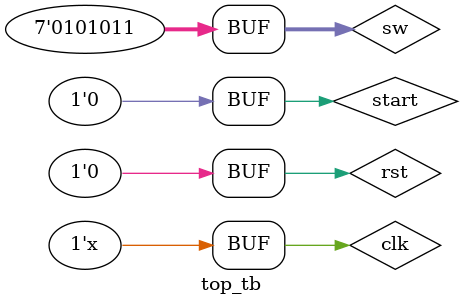
<source format=v>
`timescale 1ns/1ns
module top_tb();
//input
reg clk, start, rst;
reg [6:0] sw;

//output
reg [15:0] led;
wire[7:0] seg, dig, row, colg, colr;
wire beep;

game_top top(clk, start, rst, sw, led, seg, dig, row, colg, colr, beep);

always #1 clk = ~clk; //T=2ns

initial
begin
    clk <= 1'b1;
    rst <= 1'b0;
    #20
    sw[7] <= 1'b1;
    #100
    rst <= 1'b1;
    #20
    rst <= 1'b0;
    sw = 7'b0101011;
    #5000
    start <= 1'b1;
    #20
    start <= 1'b0;
end


endmodule
</source>
